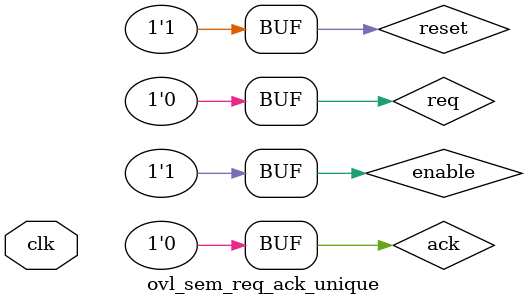
<source format=sv>
module ovl_sem_req_ack_unique(input logic clk);
  logic reset = 1'b1;
  logic enable = 1'b1;
  logic req = 1'b0;
`ifdef FAIL
  logic ack = 1'b1;
`else
  logic ack = 1'b0;
`endif

  ovl_req_ack_unique #(
      .min_cks(1),
      .max_cks(4),
      .method(0)) dut (
      .clock(clk),
      .reset(reset),
      .enable(enable),
      .req(req),
      .ack(ack),
      .fire());
endmodule

</source>
